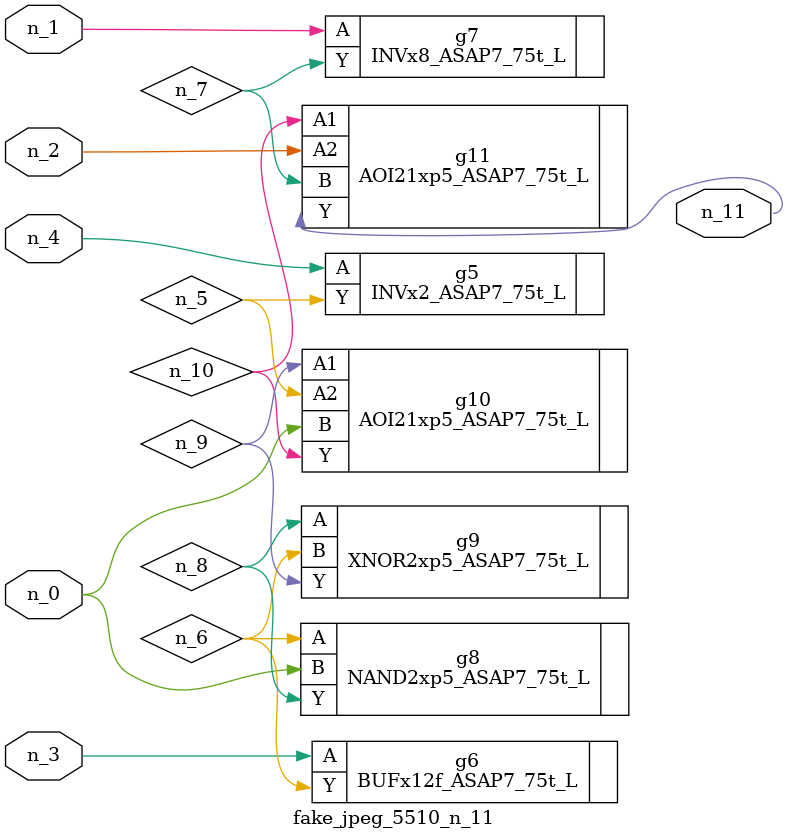
<source format=v>
module fake_jpeg_5510_n_11 (n_3, n_2, n_1, n_0, n_4, n_11);

input n_3;
input n_2;
input n_1;
input n_0;
input n_4;

output n_11;

wire n_10;
wire n_8;
wire n_9;
wire n_6;
wire n_5;
wire n_7;

INVx2_ASAP7_75t_L g5 ( 
.A(n_4),
.Y(n_5)
);

BUFx12f_ASAP7_75t_L g6 ( 
.A(n_3),
.Y(n_6)
);

INVx8_ASAP7_75t_L g7 ( 
.A(n_1),
.Y(n_7)
);

NAND2xp5_ASAP7_75t_L g8 ( 
.A(n_6),
.B(n_0),
.Y(n_8)
);

XNOR2xp5_ASAP7_75t_L g9 ( 
.A(n_8),
.B(n_6),
.Y(n_9)
);

AOI21xp5_ASAP7_75t_L g10 ( 
.A1(n_9),
.A2(n_5),
.B(n_0),
.Y(n_10)
);

AOI21xp5_ASAP7_75t_L g11 ( 
.A1(n_10),
.A2(n_2),
.B(n_7),
.Y(n_11)
);


endmodule
</source>
